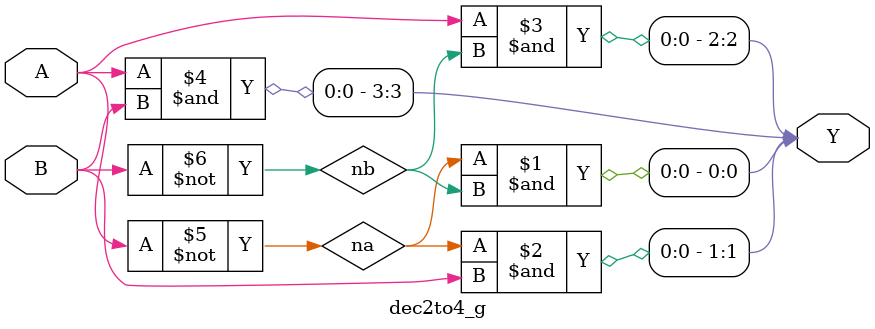
<source format=v>
/* gate level, use gate only */

module dec2to4_g(Y, A, B);
    input           A,B;    
    output  [3:0]   Y;
//---------------------------------
// reg and wire declaration
//---------------------------------
    wire     [3:0]   Y;
    wire    na, nb; 
//---------------------------------
//     DESIGN
//---------------------------------
    not(na, A);
    not(nb, B);
    and(Y[0], na, nb);
    and(Y[1], na, B); 
    and(Y[2], A, nb); 
    and(Y[3], A, B);
endmodule


</source>
